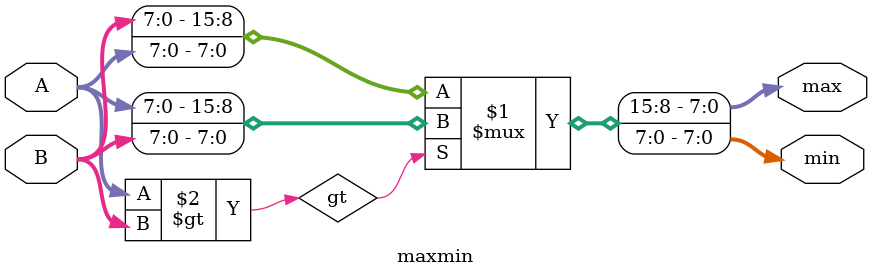
<source format=v>
module maxmin (max,min,A,B);
input [7:0] A,B;
output [7:0] max,min;

wire [7:0] min,max;
wire gt;

/*
assign min = gt?B:A;
assign max = gt?A:B;
assign gt = (A>B);
*/

assign {max,min} = gt ? {A,B} : {B,A};
assign gt = A>B;


endmodule

</source>
